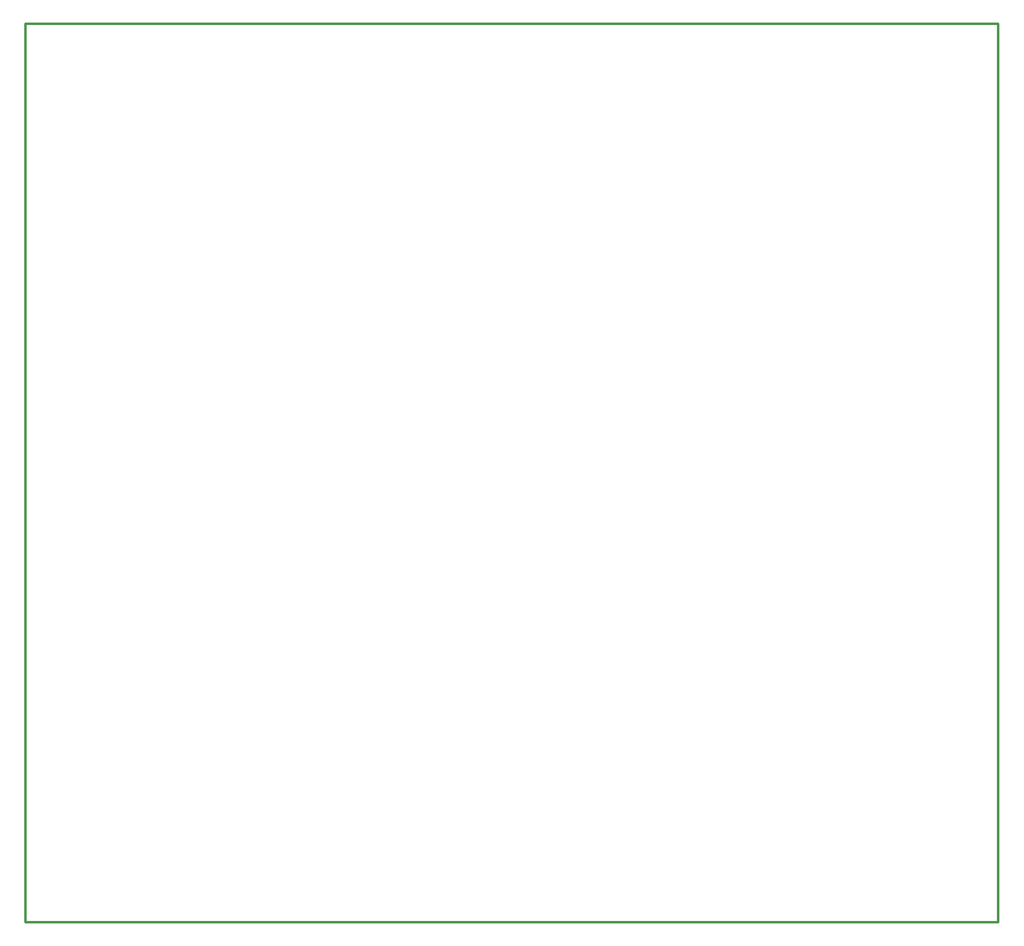
<source format=gbr>
%TF.GenerationSoftware,KiCad,Pcbnew,8.0.6*%
%TF.CreationDate,2025-03-30T13:11:56-03:00*%
%TF.ProjectId,ProtoConn,50726f74-6f43-46f6-9e6e-2e6b69636164,1.0*%
%TF.SameCoordinates,Original*%
%TF.FileFunction,Other,User*%
%FSLAX46Y46*%
G04 Gerber Fmt 4.6, Leading zero omitted, Abs format (unit mm)*
G04 Created by KiCad (PCBNEW 8.0.6) date 2025-03-30 13:11:56*
%MOMM*%
%LPD*%
G01*
G04 APERTURE LIST*
%ADD10C,0.508000*%
G04 APERTURE END LIST*
D10*
X123190000Y-234188000D02*
X123190000Y-48768000D01*
X323850000Y-234188000D02*
X123190000Y-234188000D01*
X323850000Y-48768000D02*
X323850000Y-234188000D01*
X123190000Y-48768000D02*
X323850000Y-48768000D01*
M02*

</source>
